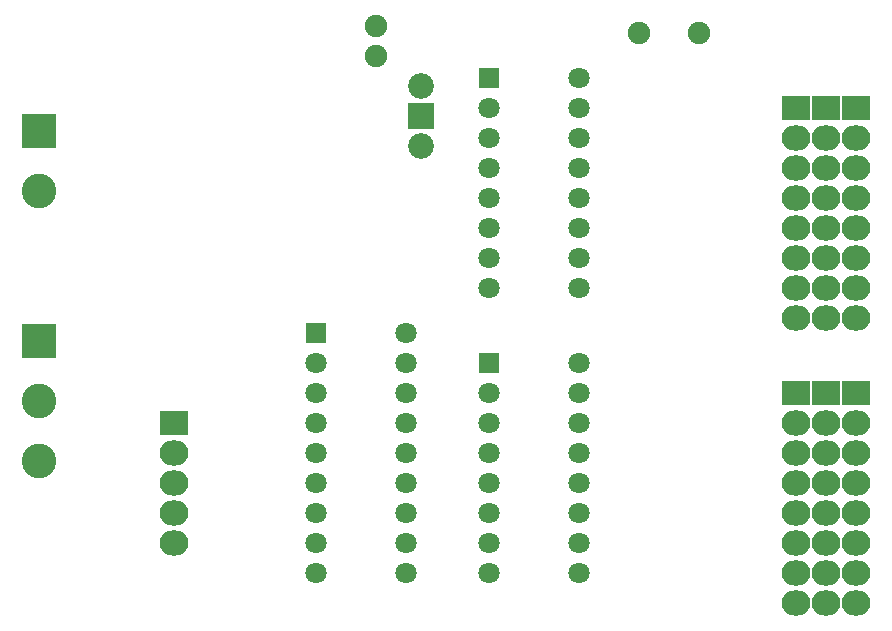
<source format=gbs>
G04 #@! TF.FileFunction,Soldermask,Bot*
%FSLAX46Y46*%
G04 Gerber Fmt 4.6, Leading zero omitted, Abs format (unit mm)*
G04 Created by KiCad (PCBNEW (2015-04-09 BZR 5589)-product) date Sunday, April 12, 2015 'PMt' 01:39:24 PM*
%MOMM*%
G01*
G04 APERTURE LIST*
%ADD10C,0.150000*%
%ADD11C,1.901140*%
%ADD12R,2.432000X2.127200*%
%ADD13O,2.432000X2.127200*%
%ADD14R,2.940000X2.940000*%
%ADD15C,2.940000*%
%ADD16R,1.797000X1.797000*%
%ADD17C,1.797000*%
%ADD18C,2.178000*%
%ADD19R,2.178000X2.178000*%
G04 APERTURE END LIST*
D10*
D11*
X174625000Y-100330000D03*
X169545000Y-100330000D03*
X147320000Y-102235000D03*
X147320000Y-99695000D03*
D12*
X182880000Y-106680000D03*
D13*
X182880000Y-109220000D03*
X182880000Y-111760000D03*
X182880000Y-114300000D03*
X182880000Y-116840000D03*
X182880000Y-119380000D03*
X182880000Y-121920000D03*
X182880000Y-124460000D03*
D12*
X187960000Y-106680000D03*
D13*
X187960000Y-109220000D03*
X187960000Y-111760000D03*
X187960000Y-114300000D03*
X187960000Y-116840000D03*
X187960000Y-119380000D03*
X187960000Y-121920000D03*
X187960000Y-124460000D03*
D12*
X185420000Y-106680000D03*
D13*
X185420000Y-109220000D03*
X185420000Y-111760000D03*
X185420000Y-114300000D03*
X185420000Y-116840000D03*
X185420000Y-119380000D03*
X185420000Y-121920000D03*
X185420000Y-124460000D03*
D12*
X182880000Y-130810000D03*
D13*
X182880000Y-133350000D03*
X182880000Y-135890000D03*
X182880000Y-138430000D03*
X182880000Y-140970000D03*
X182880000Y-143510000D03*
X182880000Y-146050000D03*
X182880000Y-148590000D03*
D12*
X187960000Y-130810000D03*
D13*
X187960000Y-133350000D03*
X187960000Y-135890000D03*
X187960000Y-138430000D03*
X187960000Y-140970000D03*
X187960000Y-143510000D03*
X187960000Y-146050000D03*
X187960000Y-148590000D03*
D12*
X185420000Y-130810000D03*
D13*
X185420000Y-133350000D03*
X185420000Y-135890000D03*
X185420000Y-138430000D03*
X185420000Y-140970000D03*
X185420000Y-143510000D03*
X185420000Y-146050000D03*
X185420000Y-148590000D03*
D12*
X130175000Y-133350000D03*
D13*
X130175000Y-135890000D03*
X130175000Y-138430000D03*
X130175000Y-140970000D03*
X130175000Y-143510000D03*
D14*
X118745000Y-126365000D03*
D15*
X118745000Y-131445000D03*
X118745000Y-136525000D03*
D14*
X118745000Y-108585000D03*
D15*
X118745000Y-113665000D03*
D16*
X142240000Y-125730000D03*
D17*
X142240000Y-128270000D03*
X142240000Y-130810000D03*
X142240000Y-133350000D03*
X142240000Y-135890000D03*
X142240000Y-138430000D03*
X142240000Y-140970000D03*
X142240000Y-143510000D03*
X142240000Y-146050000D03*
X149860000Y-146050000D03*
X149860000Y-143510000D03*
X149860000Y-140970000D03*
X149860000Y-138430000D03*
X149860000Y-135890000D03*
X149860000Y-133350000D03*
X149860000Y-130810000D03*
X149860000Y-128270000D03*
X149860000Y-125730000D03*
D16*
X156845000Y-104140000D03*
D17*
X156845000Y-106680000D03*
X156845000Y-109220000D03*
X156845000Y-111760000D03*
X156845000Y-114300000D03*
X156845000Y-116840000D03*
X156845000Y-119380000D03*
X156845000Y-121920000D03*
X164465000Y-121920000D03*
X164465000Y-119380000D03*
X164465000Y-116840000D03*
X164465000Y-114300000D03*
X164465000Y-111760000D03*
X164465000Y-109220000D03*
X164465000Y-106680000D03*
X164465000Y-104140000D03*
D16*
X156845000Y-128270000D03*
D17*
X156845000Y-130810000D03*
X156845000Y-133350000D03*
X156845000Y-135890000D03*
X156845000Y-138430000D03*
X156845000Y-140970000D03*
X156845000Y-143510000D03*
X156845000Y-146050000D03*
X164465000Y-146050000D03*
X164465000Y-143510000D03*
X164465000Y-140970000D03*
X164465000Y-138430000D03*
X164465000Y-135890000D03*
X164465000Y-133350000D03*
X164465000Y-130810000D03*
X164465000Y-128270000D03*
D18*
X151130000Y-104775000D03*
D19*
X151130000Y-107315000D03*
D18*
X151130000Y-109855000D03*
M02*

</source>
